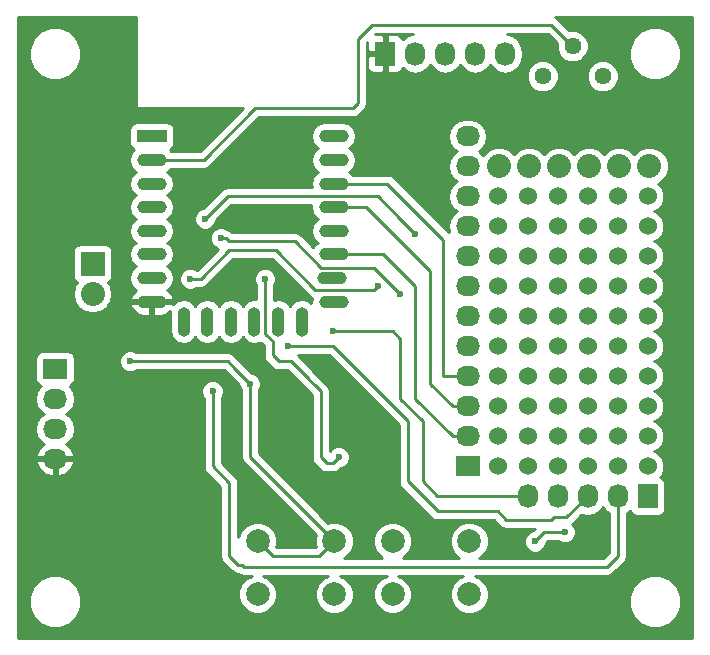
<source format=gbr>
%TF.GenerationSoftware,KiCad,Pcbnew,4.0.6*%
%TF.CreationDate,2017-04-04T12:59:26+02:00*%
%TF.ProjectId,ESP-Sensors,4553502D53656E736F72732E6B696361,rev?*%
%TF.FileFunction,Copper,L2,Bot,Signal*%
%FSLAX46Y46*%
G04 Gerber Fmt 4.6, Leading zero omitted, Abs format (unit mm)*
G04 Created by KiCad (PCBNEW 4.0.6) date 2017 April 04, Tuesday 12:59:26*
%MOMM*%
%LPD*%
G01*
G04 APERTURE LIST*
%ADD10C,0.100000*%
%ADD11R,2.500000X1.100000*%
%ADD12O,2.500000X1.100000*%
%ADD13O,1.100000X2.500000*%
%ADD14C,1.524000*%
%ADD15R,1.727200X2.032000*%
%ADD16O,1.727200X2.032000*%
%ADD17R,2.032000X1.727200*%
%ADD18O,2.032000X1.727200*%
%ADD19C,2.000000*%
%ADD20C,2.032000*%
%ADD21R,2.032000X2.032000*%
%ADD22O,2.032000X2.032000*%
%ADD23C,1.440000*%
%ADD24C,0.600000*%
%ADD25C,0.250000*%
%ADD26C,0.504000*%
%ADD27C,0.254000*%
G04 APERTURE END LIST*
D10*
D11*
X119315000Y-72390000D03*
D12*
X119315000Y-74390000D03*
X119315000Y-76390000D03*
X119315000Y-78390000D03*
X119315000Y-80390000D03*
X119315000Y-82390000D03*
X119315000Y-84390000D03*
X119315000Y-86390000D03*
X134715000Y-86390000D03*
X134615000Y-84390000D03*
X134715000Y-82390000D03*
X134715000Y-80390000D03*
X134715000Y-78390000D03*
X134715000Y-76390000D03*
X134715000Y-74390000D03*
X134715000Y-72390000D03*
D13*
X122005000Y-88090000D03*
X124005000Y-88090000D03*
X126005000Y-88090000D03*
X128005000Y-88090000D03*
X130005000Y-88090000D03*
X132005000Y-88090000D03*
D14*
X148590000Y-77470000D03*
X151130000Y-77470000D03*
X153670000Y-77470000D03*
X156210000Y-77470000D03*
X158750000Y-77470000D03*
X161290000Y-77470000D03*
X148590000Y-80010000D03*
X151130000Y-80010000D03*
X153670000Y-80010000D03*
X156210000Y-80010000D03*
X158750000Y-80010000D03*
X161290000Y-80010000D03*
X148590000Y-82550000D03*
X151130000Y-82550000D03*
X153670000Y-82550000D03*
X156210000Y-82550000D03*
X158750000Y-82550000D03*
X161290000Y-82550000D03*
X148590000Y-85090000D03*
X151130000Y-85090000D03*
X153670000Y-85090000D03*
X156210000Y-85090000D03*
X158750000Y-85090000D03*
X161290000Y-85090000D03*
X148590000Y-87630000D03*
X151130000Y-87630000D03*
X153670000Y-87630000D03*
X156210000Y-87630000D03*
X158750000Y-87630000D03*
X161290000Y-87630000D03*
X148590000Y-90170000D03*
X151130000Y-90170000D03*
X153670000Y-90170000D03*
X156210000Y-90170000D03*
X158750000Y-90170000D03*
X161290000Y-90170000D03*
X148590000Y-92710000D03*
X151130000Y-92710000D03*
X153670000Y-92710000D03*
X156210000Y-92710000D03*
X158750000Y-92710000D03*
X161290000Y-92710000D03*
X148590000Y-95250000D03*
X151130000Y-95250000D03*
X153670000Y-95250000D03*
X156210000Y-95250000D03*
X158750000Y-95250000D03*
X161290000Y-95250000D03*
X148590000Y-97790000D03*
X151130000Y-97790000D03*
X153670000Y-97790000D03*
X156210000Y-97790000D03*
X158750000Y-97790000D03*
X161290000Y-97790000D03*
X148590000Y-100330000D03*
X151130000Y-100330000D03*
X153670000Y-100330000D03*
X156210000Y-100330000D03*
X158750000Y-100330000D03*
X161290000Y-100330000D03*
D15*
X139065000Y-65405000D03*
D16*
X141605000Y-65405000D03*
X144145000Y-65405000D03*
X146685000Y-65405000D03*
X149225000Y-65405000D03*
D17*
X146050000Y-100330000D03*
D18*
X146050000Y-97790000D03*
X146050000Y-95250000D03*
X146050000Y-92710000D03*
X146050000Y-90170000D03*
X146050000Y-87630000D03*
X146050000Y-85090000D03*
X146050000Y-82550000D03*
X146050000Y-80010000D03*
X146050000Y-77470000D03*
X146050000Y-74930000D03*
X146050000Y-72390000D03*
D15*
X161290000Y-102870000D03*
D16*
X158750000Y-102870000D03*
X156210000Y-102870000D03*
X153670000Y-102870000D03*
X151130000Y-102870000D03*
D17*
X111125000Y-92075000D03*
D18*
X111125000Y-94615000D03*
X111125000Y-97155000D03*
X111125000Y-99695000D03*
D19*
X128270000Y-111180000D03*
X128270000Y-106680000D03*
X134770000Y-111180000D03*
X134770000Y-106680000D03*
X139700000Y-111180000D03*
X139700000Y-106680000D03*
X146200000Y-111180000D03*
X146200000Y-106680000D03*
D20*
X148717000Y-74930000D03*
X151257000Y-74930000D03*
X153797000Y-74930000D03*
X156337000Y-74930000D03*
X158877000Y-74930000D03*
X161417000Y-74930000D03*
D21*
X114300000Y-83185000D03*
D22*
X114300000Y-85725000D03*
D23*
X152400000Y-67310000D03*
X154940000Y-64770000D03*
X157480000Y-67310000D03*
D24*
X127635000Y-93345000D03*
X117475000Y-91440000D03*
X114300000Y-79883000D03*
X135240888Y-94275303D03*
X126365000Y-98425000D03*
X135128000Y-99568000D03*
X128905000Y-84455018D03*
X125161588Y-81005012D03*
X140335000Y-85725000D03*
X122555000Y-84455000D03*
X138430000Y-85090000D03*
X141605000Y-80644992D03*
X123825000Y-79375000D03*
X124460000Y-93980000D03*
X130810000Y-90170000D03*
X154286290Y-105908160D03*
X151769157Y-106696599D03*
X134620000Y-88900000D03*
D25*
X120015000Y-74390000D02*
X123730000Y-74390000D01*
X136779000Y-64135000D02*
X137922000Y-62992000D01*
X123730000Y-74390000D02*
X128089503Y-70030497D01*
X128089503Y-70030497D02*
X136344503Y-70030497D01*
X136344503Y-70030497D02*
X136779000Y-69596000D01*
X136779000Y-69596000D02*
X136779000Y-64135000D01*
X137922000Y-62992000D02*
X153145685Y-62992000D01*
X153145685Y-62992000D02*
X154905962Y-64752277D01*
X134770000Y-106680000D02*
X133500000Y-107950000D01*
X133500000Y-107950000D02*
X129540000Y-107950000D01*
X129540000Y-107950000D02*
X128270000Y-106680000D01*
X127635000Y-93345000D02*
X127635000Y-99545000D01*
X127635000Y-99545000D02*
X132409000Y-104319000D01*
X132409000Y-104319000D02*
X134770000Y-106680000D01*
X125730000Y-91440000D02*
X117475000Y-91440000D01*
X126365000Y-92075000D02*
X125730000Y-91440000D01*
X127635000Y-93345000D02*
X126365000Y-92075000D01*
D26*
X111125000Y-99695000D02*
X114935000Y-99695000D01*
D25*
X134620000Y-100076000D02*
X135128000Y-99568000D01*
X134112000Y-100076000D02*
X134620000Y-100076000D01*
X133604000Y-99568000D02*
X134112000Y-100076000D01*
X133604000Y-93980000D02*
X133604000Y-99568000D01*
X133096000Y-93472000D02*
X133604000Y-93980000D01*
X132617131Y-92993131D02*
X133096000Y-93472000D01*
X128905000Y-89127451D02*
X128905000Y-84455018D01*
X132617131Y-92993131D02*
X132617131Y-92963424D01*
X132617131Y-92963424D02*
X131093707Y-91440000D01*
X129540000Y-90932000D02*
X129540000Y-89762451D01*
X131093707Y-91440000D02*
X130048000Y-91440000D01*
X130048000Y-91440000D02*
X129540000Y-90932000D01*
X129540000Y-89762451D02*
X128905000Y-89127451D01*
X141605000Y-85090000D02*
X141605000Y-94615000D01*
X134015000Y-82390000D02*
X138905000Y-82390000D01*
X138905000Y-82390000D02*
X141605000Y-85090000D01*
X144780000Y-97790000D02*
X144784000Y-97790000D01*
X144784000Y-97790000D02*
X146050000Y-97790000D01*
X141605000Y-94615000D02*
X144780000Y-97790000D01*
X137160000Y-78390000D02*
X137445000Y-78390000D01*
X137445000Y-78390000D02*
X142883617Y-83828617D01*
X142883617Y-93349617D02*
X144784000Y-95250000D01*
X142883617Y-83828617D02*
X142883617Y-93349617D01*
X144784000Y-95250000D02*
X146050000Y-95250000D01*
X136810000Y-78390000D02*
X137160000Y-78390000D01*
X134015000Y-78390000D02*
X137160000Y-78390000D01*
X134015000Y-76390000D02*
X139255000Y-76390000D01*
X139255000Y-76390000D02*
X144002866Y-81137866D01*
X144002866Y-81137866D02*
X144002866Y-92710000D01*
X144002866Y-92710000D02*
X146050000Y-92710000D01*
X131445000Y-81268371D02*
X125849211Y-81268371D01*
X131445000Y-81268371D02*
X131445000Y-81280000D01*
X131445000Y-81280000D02*
X133679990Y-83514990D01*
X140035001Y-85425001D02*
X140335000Y-85725000D01*
X133679990Y-83514990D02*
X138124990Y-83514990D01*
X138124990Y-83514990D02*
X140035001Y-85425001D01*
X125849211Y-81268371D02*
X125585852Y-81005012D01*
X125585852Y-81005012D02*
X125161588Y-81005012D01*
X138430000Y-85090000D02*
X138130001Y-85389999D01*
X138130001Y-85389999D02*
X133167756Y-85389999D01*
X129825669Y-82047912D02*
X125875905Y-82047912D01*
X133167756Y-85389999D02*
X129825669Y-82047912D01*
X125875905Y-82047912D02*
X123468817Y-84455000D01*
X123468817Y-84455000D02*
X122555000Y-84455000D01*
X125730000Y-77470000D02*
X138430000Y-77470000D01*
X125730000Y-77470000D02*
X123825000Y-79375000D01*
X138430000Y-77470000D02*
X140335000Y-79375000D01*
X141305001Y-80344993D02*
X141605000Y-80644992D01*
X140335008Y-79375000D02*
X141305001Y-80344993D01*
X124460000Y-93980000D02*
X124460000Y-100330000D01*
X124460000Y-100330000D02*
X125894366Y-101764366D01*
X125894366Y-101764366D02*
X125894366Y-107947156D01*
X158750000Y-107950000D02*
X158750000Y-102862641D01*
X125894366Y-107947156D02*
X126645040Y-108697830D01*
X126645040Y-108697830D02*
X126941170Y-108697830D01*
X126941170Y-108697830D02*
X127099207Y-108855867D01*
X158115000Y-108598169D02*
X158115000Y-108585000D01*
X127099207Y-108855867D02*
X157857302Y-108855867D01*
X158115000Y-108585000D02*
X158750000Y-107950000D01*
X157857302Y-108855867D02*
X158115000Y-108598169D01*
X158750000Y-102862641D02*
X158772261Y-102840380D01*
X130810000Y-90170000D02*
X134620000Y-90170000D01*
X154417360Y-104650236D02*
X156215433Y-102852163D01*
X140970000Y-96520000D02*
X140970000Y-101600000D01*
X134620000Y-90170000D02*
X140970000Y-96520000D01*
X153140265Y-104843245D02*
X153333274Y-104650236D01*
X143510000Y-104140000D02*
X148590000Y-104140000D01*
X153333274Y-104650236D02*
X154417360Y-104650236D01*
X148590000Y-104140000D02*
X149293245Y-104843245D01*
X140970000Y-101600000D02*
X143510000Y-104140000D01*
X149293245Y-104843245D02*
X153140265Y-104843245D01*
X153862026Y-105908160D02*
X154286290Y-105908160D01*
X151769157Y-106696599D02*
X152557596Y-105908160D01*
X152557596Y-105908160D02*
X153862026Y-105908160D01*
X153670000Y-102870000D02*
X153670000Y-102717600D01*
X153670000Y-102870000D02*
X153670000Y-103576652D01*
X134620000Y-88900000D02*
X139700000Y-88900000D01*
X142240000Y-101600000D02*
X143503945Y-102863945D01*
X139700000Y-88900000D02*
X140335000Y-89535000D01*
X140335000Y-89535000D02*
X140335000Y-94615000D01*
X140335000Y-94615000D02*
X142240000Y-96520000D01*
X142240000Y-96520000D02*
X142240000Y-101600000D01*
X143503945Y-102863945D02*
X151089993Y-102863945D01*
D27*
G36*
X117983000Y-69850000D02*
X117991685Y-69896159D01*
X118018965Y-69938553D01*
X118060590Y-69966994D01*
X118110000Y-69977000D01*
X127068198Y-69977000D01*
X123415198Y-73630000D01*
X120941917Y-73630000D01*
X120889851Y-73552078D01*
X120839129Y-73518187D01*
X121016441Y-73404090D01*
X121161431Y-73191890D01*
X121212440Y-72940000D01*
X121212440Y-71840000D01*
X121168162Y-71604683D01*
X121029090Y-71388559D01*
X120816890Y-71243569D01*
X120565000Y-71192560D01*
X118065000Y-71192560D01*
X117829683Y-71236838D01*
X117613559Y-71375910D01*
X117468569Y-71588110D01*
X117417560Y-71840000D01*
X117417560Y-72940000D01*
X117461838Y-73175317D01*
X117600910Y-73391441D01*
X117788615Y-73519694D01*
X117740149Y-73552078D01*
X117483274Y-73936520D01*
X117393071Y-74390000D01*
X117483274Y-74843480D01*
X117740149Y-75227922D01*
X117982717Y-75390000D01*
X117740149Y-75552078D01*
X117483274Y-75936520D01*
X117393071Y-76390000D01*
X117483274Y-76843480D01*
X117740149Y-77227922D01*
X117982717Y-77390000D01*
X117740149Y-77552078D01*
X117483274Y-77936520D01*
X117393071Y-78390000D01*
X117483274Y-78843480D01*
X117740149Y-79227922D01*
X117982717Y-79390000D01*
X117740149Y-79552078D01*
X117483274Y-79936520D01*
X117393071Y-80390000D01*
X117483274Y-80843480D01*
X117740149Y-81227922D01*
X117982717Y-81390000D01*
X117740149Y-81552078D01*
X117483274Y-81936520D01*
X117393071Y-82390000D01*
X117483274Y-82843480D01*
X117740149Y-83227922D01*
X117982717Y-83390000D01*
X117740149Y-83552078D01*
X117483274Y-83936520D01*
X117393071Y-84390000D01*
X117483274Y-84843480D01*
X117740149Y-85227922D01*
X117986137Y-85392285D01*
X117687276Y-85641882D01*
X117471602Y-86053854D01*
X117471197Y-86080256D01*
X117596639Y-86263000D01*
X119188000Y-86263000D01*
X119188000Y-86243000D01*
X119442000Y-86243000D01*
X119442000Y-86263000D01*
X121033361Y-86263000D01*
X121158803Y-86080256D01*
X121158398Y-86053854D01*
X120942724Y-85641882D01*
X120643863Y-85392285D01*
X120889851Y-85227922D01*
X121146726Y-84843480D01*
X121236929Y-84390000D01*
X121146726Y-83936520D01*
X120889851Y-83552078D01*
X120647283Y-83390000D01*
X120889851Y-83227922D01*
X121146726Y-82843480D01*
X121236929Y-82390000D01*
X121146726Y-81936520D01*
X120889851Y-81552078D01*
X120647283Y-81390000D01*
X120889851Y-81227922D01*
X121146726Y-80843480D01*
X121236929Y-80390000D01*
X121146726Y-79936520D01*
X120889851Y-79552078D01*
X120647283Y-79390000D01*
X120889851Y-79227922D01*
X121146726Y-78843480D01*
X121236929Y-78390000D01*
X121146726Y-77936520D01*
X120889851Y-77552078D01*
X120647283Y-77390000D01*
X120889851Y-77227922D01*
X121146726Y-76843480D01*
X121236929Y-76390000D01*
X121146726Y-75936520D01*
X120889851Y-75552078D01*
X120647283Y-75390000D01*
X120889851Y-75227922D01*
X120941917Y-75150000D01*
X123730000Y-75150000D01*
X124020839Y-75092148D01*
X124267401Y-74927401D01*
X128404305Y-70790497D01*
X136344503Y-70790497D01*
X136635342Y-70732645D01*
X136881904Y-70567898D01*
X137316401Y-70133401D01*
X137481148Y-69886839D01*
X137539000Y-69596000D01*
X137539000Y-67578344D01*
X151044765Y-67578344D01*
X151250617Y-68076543D01*
X151631452Y-68458043D01*
X152129291Y-68664764D01*
X152668344Y-68665235D01*
X153166543Y-68459383D01*
X153548043Y-68078548D01*
X153754764Y-67580709D01*
X153754766Y-67578344D01*
X156124765Y-67578344D01*
X156330617Y-68076543D01*
X156711452Y-68458043D01*
X157209291Y-68664764D01*
X157748344Y-68665235D01*
X158246543Y-68459383D01*
X158628043Y-68078548D01*
X158834764Y-67580709D01*
X158835235Y-67041656D01*
X158629383Y-66543457D01*
X158248548Y-66161957D01*
X157750709Y-65955236D01*
X157211656Y-65954765D01*
X156713457Y-66160617D01*
X156331957Y-66541452D01*
X156125236Y-67039291D01*
X156124765Y-67578344D01*
X153754766Y-67578344D01*
X153755235Y-67041656D01*
X153549383Y-66543457D01*
X153168548Y-66161957D01*
X152670709Y-65955236D01*
X152131656Y-65954765D01*
X151633457Y-66160617D01*
X151251957Y-66541452D01*
X151045236Y-67039291D01*
X151044765Y-67578344D01*
X137539000Y-67578344D01*
X137539000Y-65690750D01*
X137566400Y-65690750D01*
X137566400Y-66547309D01*
X137663073Y-66780698D01*
X137841701Y-66959327D01*
X138075090Y-67056000D01*
X138779250Y-67056000D01*
X138938000Y-66897250D01*
X138938000Y-65532000D01*
X137725150Y-65532000D01*
X137566400Y-65690750D01*
X137539000Y-65690750D01*
X137539000Y-64449802D01*
X137566400Y-64422402D01*
X137566400Y-65119250D01*
X137725150Y-65278000D01*
X138938000Y-65278000D01*
X138938000Y-63912750D01*
X138779250Y-63754000D01*
X138234802Y-63754000D01*
X138236802Y-63752000D01*
X141452445Y-63752000D01*
X141031511Y-63835729D01*
X140545330Y-64160585D01*
X140530500Y-64182780D01*
X140466927Y-64029302D01*
X140288299Y-63850673D01*
X140054910Y-63754000D01*
X139350750Y-63754000D01*
X139192000Y-63912750D01*
X139192000Y-65278000D01*
X139212000Y-65278000D01*
X139212000Y-65532000D01*
X139192000Y-65532000D01*
X139192000Y-66897250D01*
X139350750Y-67056000D01*
X140054910Y-67056000D01*
X140288299Y-66959327D01*
X140466927Y-66780698D01*
X140530500Y-66627220D01*
X140545330Y-66649415D01*
X141031511Y-66974271D01*
X141605000Y-67088345D01*
X142178489Y-66974271D01*
X142664670Y-66649415D01*
X142875000Y-66334634D01*
X143085330Y-66649415D01*
X143571511Y-66974271D01*
X144145000Y-67088345D01*
X144718489Y-66974271D01*
X145204670Y-66649415D01*
X145415000Y-66334634D01*
X145625330Y-66649415D01*
X146111511Y-66974271D01*
X146685000Y-67088345D01*
X147258489Y-66974271D01*
X147744670Y-66649415D01*
X147955000Y-66334634D01*
X148165330Y-66649415D01*
X148651511Y-66974271D01*
X149225000Y-67088345D01*
X149798489Y-66974271D01*
X150284670Y-66649415D01*
X150609526Y-66163234D01*
X150723600Y-65589745D01*
X150723600Y-65220255D01*
X150609526Y-64646766D01*
X150284670Y-64160585D01*
X149798489Y-63835729D01*
X149377555Y-63752000D01*
X152830883Y-63752000D01*
X153585230Y-64506347D01*
X153584765Y-65038344D01*
X153790617Y-65536543D01*
X154171452Y-65918043D01*
X154669291Y-66124764D01*
X155208344Y-66125235D01*
X155706543Y-65919383D01*
X155778432Y-65847619D01*
X159689613Y-65847619D01*
X160029155Y-66669372D01*
X160657321Y-67298636D01*
X161478481Y-67639611D01*
X162367619Y-67640387D01*
X163189372Y-67300845D01*
X163818636Y-66672679D01*
X164159611Y-65851519D01*
X164160387Y-64962381D01*
X163820845Y-64140628D01*
X163192679Y-63511364D01*
X162371519Y-63170389D01*
X161482381Y-63169613D01*
X160660628Y-63509155D01*
X160031364Y-64137321D01*
X159690389Y-64958481D01*
X159689613Y-65847619D01*
X155778432Y-65847619D01*
X156088043Y-65538548D01*
X156294764Y-65040709D01*
X156295235Y-64501656D01*
X156089383Y-64003457D01*
X155708548Y-63621957D01*
X155210709Y-63415236D01*
X154671656Y-63414765D01*
X154651557Y-63423070D01*
X153683086Y-62454599D01*
X153459195Y-62305000D01*
X165025000Y-62305000D01*
X165025000Y-114860000D01*
X108025000Y-114860000D01*
X108025000Y-112202619D01*
X108889613Y-112202619D01*
X109229155Y-113024372D01*
X109857321Y-113653636D01*
X110678481Y-113994611D01*
X111567619Y-113995387D01*
X112389372Y-113655845D01*
X113018636Y-113027679D01*
X113359611Y-112206519D01*
X113360387Y-111317381D01*
X113020845Y-110495628D01*
X112392679Y-109866364D01*
X111571519Y-109525389D01*
X110682381Y-109524613D01*
X109860628Y-109864155D01*
X109231364Y-110492321D01*
X108890389Y-111313481D01*
X108889613Y-112202619D01*
X108025000Y-112202619D01*
X108025000Y-100054026D01*
X109517642Y-100054026D01*
X109520291Y-100069791D01*
X109774268Y-100597036D01*
X110210680Y-100986954D01*
X110763087Y-101180184D01*
X110998000Y-101035924D01*
X110998000Y-99822000D01*
X111252000Y-99822000D01*
X111252000Y-101035924D01*
X111486913Y-101180184D01*
X112039320Y-100986954D01*
X112475732Y-100597036D01*
X112729709Y-100069791D01*
X112732358Y-100054026D01*
X112611217Y-99822000D01*
X111252000Y-99822000D01*
X110998000Y-99822000D01*
X109638783Y-99822000D01*
X109517642Y-100054026D01*
X108025000Y-100054026D01*
X108025000Y-94615000D01*
X109441655Y-94615000D01*
X109555729Y-95188489D01*
X109880585Y-95674670D01*
X110195366Y-95885000D01*
X109880585Y-96095330D01*
X109555729Y-96581511D01*
X109441655Y-97155000D01*
X109555729Y-97728489D01*
X109880585Y-98214670D01*
X110190069Y-98421461D01*
X109774268Y-98792964D01*
X109520291Y-99320209D01*
X109517642Y-99335974D01*
X109638783Y-99568000D01*
X110998000Y-99568000D01*
X110998000Y-99548000D01*
X111252000Y-99548000D01*
X111252000Y-99568000D01*
X112611217Y-99568000D01*
X112732358Y-99335974D01*
X112729709Y-99320209D01*
X112475732Y-98792964D01*
X112059931Y-98421461D01*
X112369415Y-98214670D01*
X112694271Y-97728489D01*
X112808345Y-97155000D01*
X112694271Y-96581511D01*
X112369415Y-96095330D01*
X112054634Y-95885000D01*
X112369415Y-95674670D01*
X112694271Y-95188489D01*
X112808345Y-94615000D01*
X112694271Y-94041511D01*
X112369415Y-93555330D01*
X112355087Y-93545757D01*
X112376317Y-93541762D01*
X112592441Y-93402690D01*
X112737431Y-93190490D01*
X112788440Y-92938600D01*
X112788440Y-91625167D01*
X116539838Y-91625167D01*
X116681883Y-91968943D01*
X116944673Y-92232192D01*
X117288201Y-92374838D01*
X117660167Y-92375162D01*
X118003943Y-92233117D01*
X118037118Y-92200000D01*
X125415198Y-92200000D01*
X126699878Y-93484680D01*
X126699838Y-93530167D01*
X126841883Y-93873943D01*
X126875000Y-93907118D01*
X126875000Y-99545000D01*
X126932852Y-99835839D01*
X127097599Y-100082401D01*
X133203725Y-106188527D01*
X133135284Y-106353352D01*
X133134716Y-107003795D01*
X133203919Y-107171279D01*
X133185198Y-107190000D01*
X129854802Y-107190000D01*
X129836275Y-107171473D01*
X129904716Y-107006648D01*
X129905284Y-106356205D01*
X129656894Y-105755057D01*
X129197363Y-105294722D01*
X128596648Y-105045284D01*
X127946205Y-105044716D01*
X127345057Y-105293106D01*
X126884722Y-105752637D01*
X126654366Y-106307397D01*
X126654366Y-101764366D01*
X126596514Y-101473527D01*
X126431767Y-101226965D01*
X125220000Y-100015198D01*
X125220000Y-94542463D01*
X125252192Y-94510327D01*
X125394838Y-94166799D01*
X125395162Y-93794833D01*
X125253117Y-93451057D01*
X124990327Y-93187808D01*
X124646799Y-93045162D01*
X124274833Y-93044838D01*
X123931057Y-93186883D01*
X123667808Y-93449673D01*
X123525162Y-93793201D01*
X123524838Y-94165167D01*
X123666883Y-94508943D01*
X123700000Y-94542118D01*
X123700000Y-100330000D01*
X123757852Y-100620839D01*
X123922599Y-100867401D01*
X125134366Y-102079168D01*
X125134366Y-107947156D01*
X125192218Y-108237995D01*
X125356965Y-108484557D01*
X126107639Y-109235231D01*
X126354200Y-109399978D01*
X126645040Y-109457830D01*
X126658430Y-109457830D01*
X126808368Y-109558015D01*
X127099207Y-109615867D01*
X127774007Y-109615867D01*
X127345057Y-109793106D01*
X126884722Y-110252637D01*
X126635284Y-110853352D01*
X126634716Y-111503795D01*
X126883106Y-112104943D01*
X127342637Y-112565278D01*
X127943352Y-112814716D01*
X128593795Y-112815284D01*
X129194943Y-112566894D01*
X129655278Y-112107363D01*
X129904716Y-111506648D01*
X129905284Y-110856205D01*
X129656894Y-110255057D01*
X129197363Y-109794722D01*
X128766631Y-109615867D01*
X134274007Y-109615867D01*
X133845057Y-109793106D01*
X133384722Y-110252637D01*
X133135284Y-110853352D01*
X133134716Y-111503795D01*
X133383106Y-112104943D01*
X133842637Y-112565278D01*
X134443352Y-112814716D01*
X135093795Y-112815284D01*
X135694943Y-112566894D01*
X136155278Y-112107363D01*
X136404716Y-111506648D01*
X136405284Y-110856205D01*
X136156894Y-110255057D01*
X135697363Y-109794722D01*
X135266631Y-109615867D01*
X139204007Y-109615867D01*
X138775057Y-109793106D01*
X138314722Y-110252637D01*
X138065284Y-110853352D01*
X138064716Y-111503795D01*
X138313106Y-112104943D01*
X138772637Y-112565278D01*
X139373352Y-112814716D01*
X140023795Y-112815284D01*
X140624943Y-112566894D01*
X141085278Y-112107363D01*
X141334716Y-111506648D01*
X141335284Y-110856205D01*
X141086894Y-110255057D01*
X140627363Y-109794722D01*
X140196631Y-109615867D01*
X145704007Y-109615867D01*
X145275057Y-109793106D01*
X144814722Y-110252637D01*
X144565284Y-110853352D01*
X144564716Y-111503795D01*
X144813106Y-112104943D01*
X145272637Y-112565278D01*
X145873352Y-112814716D01*
X146523795Y-112815284D01*
X147124943Y-112566894D01*
X147489855Y-112202619D01*
X159689613Y-112202619D01*
X160029155Y-113024372D01*
X160657321Y-113653636D01*
X161478481Y-113994611D01*
X162367619Y-113995387D01*
X163189372Y-113655845D01*
X163818636Y-113027679D01*
X164159611Y-112206519D01*
X164160387Y-111317381D01*
X163820845Y-110495628D01*
X163192679Y-109866364D01*
X162371519Y-109525389D01*
X161482381Y-109524613D01*
X160660628Y-109864155D01*
X160031364Y-110492321D01*
X159690389Y-111313481D01*
X159689613Y-112202619D01*
X147489855Y-112202619D01*
X147585278Y-112107363D01*
X147834716Y-111506648D01*
X147835284Y-110856205D01*
X147586894Y-110255057D01*
X147127363Y-109794722D01*
X146696631Y-109615867D01*
X157857302Y-109615867D01*
X158148141Y-109558015D01*
X158394703Y-109393268D01*
X158652401Y-109135570D01*
X158678919Y-109095883D01*
X159287401Y-108487401D01*
X159452148Y-108240839D01*
X159510000Y-107950000D01*
X159510000Y-104314648D01*
X159809670Y-104114415D01*
X159819243Y-104100087D01*
X159823238Y-104121317D01*
X159962310Y-104337441D01*
X160174510Y-104482431D01*
X160426400Y-104533440D01*
X162153600Y-104533440D01*
X162388917Y-104489162D01*
X162605041Y-104350090D01*
X162750031Y-104137890D01*
X162801040Y-103886000D01*
X162801040Y-101854000D01*
X162756762Y-101618683D01*
X162617690Y-101402559D01*
X162405490Y-101257569D01*
X162349543Y-101246239D01*
X162473629Y-101122370D01*
X162686757Y-100609100D01*
X162687242Y-100053339D01*
X162475010Y-99539697D01*
X162082370Y-99146371D01*
X161874488Y-99060051D01*
X162080303Y-98975010D01*
X162473629Y-98582370D01*
X162686757Y-98069100D01*
X162687242Y-97513339D01*
X162475010Y-96999697D01*
X162082370Y-96606371D01*
X161874488Y-96520051D01*
X162080303Y-96435010D01*
X162473629Y-96042370D01*
X162686757Y-95529100D01*
X162687242Y-94973339D01*
X162475010Y-94459697D01*
X162082370Y-94066371D01*
X161874488Y-93980051D01*
X162080303Y-93895010D01*
X162473629Y-93502370D01*
X162686757Y-92989100D01*
X162687242Y-92433339D01*
X162475010Y-91919697D01*
X162082370Y-91526371D01*
X161874488Y-91440051D01*
X162080303Y-91355010D01*
X162473629Y-90962370D01*
X162686757Y-90449100D01*
X162687242Y-89893339D01*
X162475010Y-89379697D01*
X162082370Y-88986371D01*
X161874488Y-88900051D01*
X162080303Y-88815010D01*
X162473629Y-88422370D01*
X162686757Y-87909100D01*
X162687242Y-87353339D01*
X162475010Y-86839697D01*
X162082370Y-86446371D01*
X161874488Y-86360051D01*
X162080303Y-86275010D01*
X162473629Y-85882370D01*
X162686757Y-85369100D01*
X162687242Y-84813339D01*
X162475010Y-84299697D01*
X162082370Y-83906371D01*
X161874488Y-83820051D01*
X162080303Y-83735010D01*
X162473629Y-83342370D01*
X162686757Y-82829100D01*
X162687242Y-82273339D01*
X162475010Y-81759697D01*
X162082370Y-81366371D01*
X161874488Y-81280051D01*
X162080303Y-81195010D01*
X162473629Y-80802370D01*
X162686757Y-80289100D01*
X162687242Y-79733339D01*
X162475010Y-79219697D01*
X162082370Y-78826371D01*
X161874488Y-78740051D01*
X162080303Y-78655010D01*
X162473629Y-78262370D01*
X162686757Y-77749100D01*
X162687242Y-77193339D01*
X162475010Y-76679697D01*
X162191978Y-76396170D01*
X162350995Y-76330466D01*
X162815834Y-75866437D01*
X163067713Y-75259845D01*
X163068286Y-74603037D01*
X162817466Y-73996005D01*
X162353437Y-73531166D01*
X161746845Y-73279287D01*
X161090037Y-73278714D01*
X160483005Y-73529534D01*
X160146821Y-73865132D01*
X159813437Y-73531166D01*
X159206845Y-73279287D01*
X158550037Y-73278714D01*
X157943005Y-73529534D01*
X157606821Y-73865132D01*
X157273437Y-73531166D01*
X156666845Y-73279287D01*
X156010037Y-73278714D01*
X155403005Y-73529534D01*
X155066821Y-73865132D01*
X154733437Y-73531166D01*
X154126845Y-73279287D01*
X153470037Y-73278714D01*
X152863005Y-73529534D01*
X152526821Y-73865132D01*
X152193437Y-73531166D01*
X151586845Y-73279287D01*
X150930037Y-73278714D01*
X150323005Y-73529534D01*
X149986821Y-73865132D01*
X149653437Y-73531166D01*
X149046845Y-73279287D01*
X148390037Y-73278714D01*
X147783005Y-73529534D01*
X147353313Y-73958477D01*
X147294415Y-73870330D01*
X146979634Y-73660000D01*
X147294415Y-73449670D01*
X147619271Y-72963489D01*
X147733345Y-72390000D01*
X147619271Y-71816511D01*
X147294415Y-71330330D01*
X146808234Y-71005474D01*
X146234745Y-70891400D01*
X145865255Y-70891400D01*
X145291766Y-71005474D01*
X144805585Y-71330330D01*
X144480729Y-71816511D01*
X144366655Y-72390000D01*
X144480729Y-72963489D01*
X144805585Y-73449670D01*
X145120366Y-73660000D01*
X144805585Y-73870330D01*
X144480729Y-74356511D01*
X144366655Y-74930000D01*
X144480729Y-75503489D01*
X144805585Y-75989670D01*
X145120366Y-76200000D01*
X144805585Y-76410330D01*
X144480729Y-76896511D01*
X144366655Y-77470000D01*
X144480729Y-78043489D01*
X144805585Y-78529670D01*
X145120366Y-78740000D01*
X144805585Y-78950330D01*
X144480729Y-79436511D01*
X144366655Y-80010000D01*
X144470161Y-80530359D01*
X139792401Y-75852599D01*
X139545839Y-75687852D01*
X139255000Y-75630000D01*
X136341917Y-75630000D01*
X136289851Y-75552078D01*
X136047283Y-75390000D01*
X136289851Y-75227922D01*
X136546726Y-74843480D01*
X136636929Y-74390000D01*
X136546726Y-73936520D01*
X136289851Y-73552078D01*
X136047283Y-73390000D01*
X136289851Y-73227922D01*
X136546726Y-72843480D01*
X136636929Y-72390000D01*
X136546726Y-71936520D01*
X136289851Y-71552078D01*
X135905409Y-71295203D01*
X135451929Y-71205000D01*
X133978071Y-71205000D01*
X133524591Y-71295203D01*
X133140149Y-71552078D01*
X132883274Y-71936520D01*
X132793071Y-72390000D01*
X132883274Y-72843480D01*
X133140149Y-73227922D01*
X133382717Y-73390000D01*
X133140149Y-73552078D01*
X132883274Y-73936520D01*
X132793071Y-74390000D01*
X132883274Y-74843480D01*
X133140149Y-75227922D01*
X133382717Y-75390000D01*
X133140149Y-75552078D01*
X132883274Y-75936520D01*
X132793071Y-76390000D01*
X132856723Y-76710000D01*
X125730000Y-76710000D01*
X125439161Y-76767852D01*
X125192599Y-76932599D01*
X123685320Y-78439878D01*
X123639833Y-78439838D01*
X123296057Y-78581883D01*
X123032808Y-78844673D01*
X122890162Y-79188201D01*
X122889838Y-79560167D01*
X123031883Y-79903943D01*
X123294673Y-80167192D01*
X123638201Y-80309838D01*
X124010167Y-80310162D01*
X124353943Y-80168117D01*
X124617192Y-79905327D01*
X124759838Y-79561799D01*
X124759879Y-79514923D01*
X126044802Y-78230000D01*
X132824897Y-78230000D01*
X132793071Y-78390000D01*
X132883274Y-78843480D01*
X133140149Y-79227922D01*
X133382717Y-79390000D01*
X133140149Y-79552078D01*
X132883274Y-79936520D01*
X132793071Y-80390000D01*
X132883274Y-80843480D01*
X133140149Y-81227922D01*
X133382717Y-81390000D01*
X133140149Y-81552078D01*
X133000652Y-81760850D01*
X132005818Y-80766016D01*
X131982401Y-80730970D01*
X131735839Y-80566223D01*
X131445000Y-80508371D01*
X126164013Y-80508371D01*
X126123253Y-80467611D01*
X125876691Y-80302864D01*
X125758292Y-80279313D01*
X125691915Y-80212820D01*
X125348387Y-80070174D01*
X124976421Y-80069850D01*
X124632645Y-80211895D01*
X124369396Y-80474685D01*
X124226750Y-80818213D01*
X124226426Y-81190179D01*
X124368471Y-81533955D01*
X124631261Y-81797204D01*
X124928419Y-81920595D01*
X123154015Y-83695000D01*
X123117463Y-83695000D01*
X123085327Y-83662808D01*
X122741799Y-83520162D01*
X122369833Y-83519838D01*
X122026057Y-83661883D01*
X121762808Y-83924673D01*
X121620162Y-84268201D01*
X121619838Y-84640167D01*
X121761883Y-84983943D01*
X122024673Y-85247192D01*
X122368201Y-85389838D01*
X122740167Y-85390162D01*
X123083943Y-85248117D01*
X123117118Y-85215000D01*
X123468817Y-85215000D01*
X123759656Y-85157148D01*
X124006218Y-84992401D01*
X126190708Y-82807912D01*
X129510867Y-82807912D01*
X132630355Y-85927400D01*
X132855204Y-86077639D01*
X132793071Y-86390000D01*
X132814139Y-86495917D01*
X132458480Y-86258274D01*
X132005000Y-86168071D01*
X131551520Y-86258274D01*
X131167078Y-86515149D01*
X131005000Y-86757717D01*
X130842922Y-86515149D01*
X130458480Y-86258274D01*
X130005000Y-86168071D01*
X129665000Y-86235701D01*
X129665000Y-85017481D01*
X129697192Y-84985345D01*
X129839838Y-84641817D01*
X129840162Y-84269851D01*
X129698117Y-83926075D01*
X129435327Y-83662826D01*
X129091799Y-83520180D01*
X128719833Y-83519856D01*
X128376057Y-83661901D01*
X128112808Y-83924691D01*
X127970162Y-84268219D01*
X127969838Y-84640185D01*
X128111883Y-84983961D01*
X128145000Y-85017136D01*
X128145000Y-86195919D01*
X128005000Y-86168071D01*
X127551520Y-86258274D01*
X127167078Y-86515149D01*
X127005000Y-86757717D01*
X126842922Y-86515149D01*
X126458480Y-86258274D01*
X126005000Y-86168071D01*
X125551520Y-86258274D01*
X125167078Y-86515149D01*
X125005000Y-86757717D01*
X124842922Y-86515149D01*
X124458480Y-86258274D01*
X124005000Y-86168071D01*
X123551520Y-86258274D01*
X123167078Y-86515149D01*
X123005000Y-86757717D01*
X122842922Y-86515149D01*
X122458480Y-86258274D01*
X122005000Y-86168071D01*
X121551520Y-86258274D01*
X121167078Y-86515149D01*
X121100494Y-86614799D01*
X121033361Y-86517000D01*
X119442000Y-86517000D01*
X119442000Y-87575000D01*
X120142000Y-87575000D01*
X120585813Y-87436196D01*
X120846826Y-87218208D01*
X120820000Y-87353071D01*
X120820000Y-88826929D01*
X120910203Y-89280409D01*
X121167078Y-89664851D01*
X121551520Y-89921726D01*
X122005000Y-90011929D01*
X122458480Y-89921726D01*
X122842922Y-89664851D01*
X123005000Y-89422283D01*
X123167078Y-89664851D01*
X123551520Y-89921726D01*
X124005000Y-90011929D01*
X124458480Y-89921726D01*
X124842922Y-89664851D01*
X125005000Y-89422283D01*
X125167078Y-89664851D01*
X125551520Y-89921726D01*
X126005000Y-90011929D01*
X126458480Y-89921726D01*
X126842922Y-89664851D01*
X127005000Y-89422283D01*
X127167078Y-89664851D01*
X127551520Y-89921726D01*
X128005000Y-90011929D01*
X128458480Y-89921726D01*
X128557986Y-89855239D01*
X128780000Y-90077253D01*
X128780000Y-90932000D01*
X128837852Y-91222839D01*
X129002599Y-91469401D01*
X129510599Y-91977401D01*
X129757161Y-92142148D01*
X130048000Y-92200000D01*
X130778905Y-92200000D01*
X132019910Y-93441005D01*
X132079730Y-93530532D01*
X132844000Y-94294802D01*
X132844000Y-99568000D01*
X132901852Y-99858839D01*
X133066599Y-100105401D01*
X133574599Y-100613401D01*
X133821161Y-100778148D01*
X134112000Y-100836000D01*
X134620000Y-100836000D01*
X134910839Y-100778148D01*
X135157401Y-100613401D01*
X135267680Y-100503122D01*
X135313167Y-100503162D01*
X135656943Y-100361117D01*
X135920192Y-100098327D01*
X136062838Y-99754799D01*
X136063162Y-99382833D01*
X135921117Y-99039057D01*
X135658327Y-98775808D01*
X135314799Y-98633162D01*
X134942833Y-98632838D01*
X134599057Y-98774883D01*
X134364000Y-99009530D01*
X134364000Y-93980000D01*
X134306148Y-93689161D01*
X134141401Y-93442599D01*
X133214352Y-92515550D01*
X133154532Y-92426023D01*
X131658509Y-90930000D01*
X134305198Y-90930000D01*
X140210000Y-96834802D01*
X140210000Y-101600000D01*
X140267852Y-101890839D01*
X140432599Y-102137401D01*
X142972599Y-104677401D01*
X143219160Y-104842148D01*
X143267414Y-104851746D01*
X143510000Y-104900000D01*
X148275198Y-104900000D01*
X148755844Y-105380646D01*
X149002406Y-105545393D01*
X149293245Y-105603245D01*
X151787709Y-105603245D01*
X151629477Y-105761477D01*
X151583990Y-105761437D01*
X151240214Y-105903482D01*
X150976965Y-106166272D01*
X150834319Y-106509800D01*
X150833995Y-106881766D01*
X150976040Y-107225542D01*
X151238830Y-107488791D01*
X151582358Y-107631437D01*
X151954324Y-107631761D01*
X152298100Y-107489716D01*
X152561349Y-107226926D01*
X152703995Y-106883398D01*
X152704036Y-106836522D01*
X152872398Y-106668160D01*
X153723827Y-106668160D01*
X153755963Y-106700352D01*
X154099491Y-106842998D01*
X154471457Y-106843322D01*
X154815233Y-106701277D01*
X155078482Y-106438487D01*
X155221128Y-106094959D01*
X155221452Y-105722993D01*
X155079407Y-105379217D01*
X154914809Y-105214332D01*
X154954761Y-105187637D01*
X155692075Y-104450323D01*
X156210000Y-104553345D01*
X156783489Y-104439271D01*
X157269670Y-104114415D01*
X157480000Y-103799634D01*
X157690330Y-104114415D01*
X157990000Y-104314648D01*
X157990000Y-107635198D01*
X157577599Y-108047599D01*
X157551081Y-108087286D01*
X157542500Y-108095867D01*
X147054823Y-108095867D01*
X147124943Y-108066894D01*
X147585278Y-107607363D01*
X147834716Y-107006648D01*
X147835284Y-106356205D01*
X147586894Y-105755057D01*
X147127363Y-105294722D01*
X146526648Y-105045284D01*
X145876205Y-105044716D01*
X145275057Y-105293106D01*
X144814722Y-105752637D01*
X144565284Y-106353352D01*
X144564716Y-107003795D01*
X144813106Y-107604943D01*
X145272637Y-108065278D01*
X145346304Y-108095867D01*
X140554823Y-108095867D01*
X140624943Y-108066894D01*
X141085278Y-107607363D01*
X141334716Y-107006648D01*
X141335284Y-106356205D01*
X141086894Y-105755057D01*
X140627363Y-105294722D01*
X140026648Y-105045284D01*
X139376205Y-105044716D01*
X138775057Y-105293106D01*
X138314722Y-105752637D01*
X138065284Y-106353352D01*
X138064716Y-107003795D01*
X138313106Y-107604943D01*
X138772637Y-108065278D01*
X138846304Y-108095867D01*
X135624823Y-108095867D01*
X135694943Y-108066894D01*
X136155278Y-107607363D01*
X136404716Y-107006648D01*
X136405284Y-106356205D01*
X136156894Y-105755057D01*
X135697363Y-105294722D01*
X135096648Y-105045284D01*
X134446205Y-105044716D01*
X134278721Y-105113919D01*
X128395000Y-99230198D01*
X128395000Y-93907463D01*
X128427192Y-93875327D01*
X128569838Y-93531799D01*
X128570162Y-93159833D01*
X128428117Y-92816057D01*
X128165327Y-92552808D01*
X127821799Y-92410162D01*
X127774923Y-92410121D01*
X126267401Y-90902599D01*
X126020839Y-90737852D01*
X125730000Y-90680000D01*
X118037463Y-90680000D01*
X118005327Y-90647808D01*
X117661799Y-90505162D01*
X117289833Y-90504838D01*
X116946057Y-90646883D01*
X116682808Y-90909673D01*
X116540162Y-91253201D01*
X116539838Y-91625167D01*
X112788440Y-91625167D01*
X112788440Y-91211400D01*
X112744162Y-90976083D01*
X112605090Y-90759959D01*
X112392890Y-90614969D01*
X112141000Y-90563960D01*
X110109000Y-90563960D01*
X109873683Y-90608238D01*
X109657559Y-90747310D01*
X109512569Y-90959510D01*
X109461560Y-91211400D01*
X109461560Y-92938600D01*
X109505838Y-93173917D01*
X109644910Y-93390041D01*
X109857110Y-93535031D01*
X109898439Y-93543400D01*
X109880585Y-93555330D01*
X109555729Y-94041511D01*
X109441655Y-94615000D01*
X108025000Y-94615000D01*
X108025000Y-85725000D01*
X112616655Y-85725000D01*
X112742330Y-86356810D01*
X113100222Y-86892433D01*
X113635845Y-87250325D01*
X114267655Y-87376000D01*
X114332345Y-87376000D01*
X114964155Y-87250325D01*
X115499778Y-86892433D01*
X115628528Y-86699744D01*
X117471197Y-86699744D01*
X117471602Y-86726146D01*
X117687276Y-87138118D01*
X118044187Y-87436196D01*
X118488000Y-87575000D01*
X119188000Y-87575000D01*
X119188000Y-86517000D01*
X117596639Y-86517000D01*
X117471197Y-86699744D01*
X115628528Y-86699744D01*
X115857670Y-86356810D01*
X115983345Y-85725000D01*
X115857670Y-85093190D01*
X115630501Y-84753208D01*
X115767441Y-84665090D01*
X115912431Y-84452890D01*
X115963440Y-84201000D01*
X115963440Y-82169000D01*
X115919162Y-81933683D01*
X115780090Y-81717559D01*
X115567890Y-81572569D01*
X115316000Y-81521560D01*
X113284000Y-81521560D01*
X113048683Y-81565838D01*
X112832559Y-81704910D01*
X112687569Y-81917110D01*
X112636560Y-82169000D01*
X112636560Y-84201000D01*
X112680838Y-84436317D01*
X112819910Y-84652441D01*
X112968837Y-84754198D01*
X112742330Y-85093190D01*
X112616655Y-85725000D01*
X108025000Y-85725000D01*
X108025000Y-65847619D01*
X108889613Y-65847619D01*
X109229155Y-66669372D01*
X109857321Y-67298636D01*
X110678481Y-67639611D01*
X111567619Y-67640387D01*
X112389372Y-67300845D01*
X113018636Y-66672679D01*
X113359611Y-65851519D01*
X113360387Y-64962381D01*
X113020845Y-64140628D01*
X112392679Y-63511364D01*
X111571519Y-63170389D01*
X110682381Y-63169613D01*
X109860628Y-63509155D01*
X109231364Y-64137321D01*
X108890389Y-64958481D01*
X108889613Y-65847619D01*
X108025000Y-65847619D01*
X108025000Y-62305000D01*
X117983000Y-62305000D01*
X117983000Y-69850000D01*
X117983000Y-69850000D01*
G37*
X117983000Y-69850000D02*
X117991685Y-69896159D01*
X118018965Y-69938553D01*
X118060590Y-69966994D01*
X118110000Y-69977000D01*
X127068198Y-69977000D01*
X123415198Y-73630000D01*
X120941917Y-73630000D01*
X120889851Y-73552078D01*
X120839129Y-73518187D01*
X121016441Y-73404090D01*
X121161431Y-73191890D01*
X121212440Y-72940000D01*
X121212440Y-71840000D01*
X121168162Y-71604683D01*
X121029090Y-71388559D01*
X120816890Y-71243569D01*
X120565000Y-71192560D01*
X118065000Y-71192560D01*
X117829683Y-71236838D01*
X117613559Y-71375910D01*
X117468569Y-71588110D01*
X117417560Y-71840000D01*
X117417560Y-72940000D01*
X117461838Y-73175317D01*
X117600910Y-73391441D01*
X117788615Y-73519694D01*
X117740149Y-73552078D01*
X117483274Y-73936520D01*
X117393071Y-74390000D01*
X117483274Y-74843480D01*
X117740149Y-75227922D01*
X117982717Y-75390000D01*
X117740149Y-75552078D01*
X117483274Y-75936520D01*
X117393071Y-76390000D01*
X117483274Y-76843480D01*
X117740149Y-77227922D01*
X117982717Y-77390000D01*
X117740149Y-77552078D01*
X117483274Y-77936520D01*
X117393071Y-78390000D01*
X117483274Y-78843480D01*
X117740149Y-79227922D01*
X117982717Y-79390000D01*
X117740149Y-79552078D01*
X117483274Y-79936520D01*
X117393071Y-80390000D01*
X117483274Y-80843480D01*
X117740149Y-81227922D01*
X117982717Y-81390000D01*
X117740149Y-81552078D01*
X117483274Y-81936520D01*
X117393071Y-82390000D01*
X117483274Y-82843480D01*
X117740149Y-83227922D01*
X117982717Y-83390000D01*
X117740149Y-83552078D01*
X117483274Y-83936520D01*
X117393071Y-84390000D01*
X117483274Y-84843480D01*
X117740149Y-85227922D01*
X117986137Y-85392285D01*
X117687276Y-85641882D01*
X117471602Y-86053854D01*
X117471197Y-86080256D01*
X117596639Y-86263000D01*
X119188000Y-86263000D01*
X119188000Y-86243000D01*
X119442000Y-86243000D01*
X119442000Y-86263000D01*
X121033361Y-86263000D01*
X121158803Y-86080256D01*
X121158398Y-86053854D01*
X120942724Y-85641882D01*
X120643863Y-85392285D01*
X120889851Y-85227922D01*
X121146726Y-84843480D01*
X121236929Y-84390000D01*
X121146726Y-83936520D01*
X120889851Y-83552078D01*
X120647283Y-83390000D01*
X120889851Y-83227922D01*
X121146726Y-82843480D01*
X121236929Y-82390000D01*
X121146726Y-81936520D01*
X120889851Y-81552078D01*
X120647283Y-81390000D01*
X120889851Y-81227922D01*
X121146726Y-80843480D01*
X121236929Y-80390000D01*
X121146726Y-79936520D01*
X120889851Y-79552078D01*
X120647283Y-79390000D01*
X120889851Y-79227922D01*
X121146726Y-78843480D01*
X121236929Y-78390000D01*
X121146726Y-77936520D01*
X120889851Y-77552078D01*
X120647283Y-77390000D01*
X120889851Y-77227922D01*
X121146726Y-76843480D01*
X121236929Y-76390000D01*
X121146726Y-75936520D01*
X120889851Y-75552078D01*
X120647283Y-75390000D01*
X120889851Y-75227922D01*
X120941917Y-75150000D01*
X123730000Y-75150000D01*
X124020839Y-75092148D01*
X124267401Y-74927401D01*
X128404305Y-70790497D01*
X136344503Y-70790497D01*
X136635342Y-70732645D01*
X136881904Y-70567898D01*
X137316401Y-70133401D01*
X137481148Y-69886839D01*
X137539000Y-69596000D01*
X137539000Y-67578344D01*
X151044765Y-67578344D01*
X151250617Y-68076543D01*
X151631452Y-68458043D01*
X152129291Y-68664764D01*
X152668344Y-68665235D01*
X153166543Y-68459383D01*
X153548043Y-68078548D01*
X153754764Y-67580709D01*
X153754766Y-67578344D01*
X156124765Y-67578344D01*
X156330617Y-68076543D01*
X156711452Y-68458043D01*
X157209291Y-68664764D01*
X157748344Y-68665235D01*
X158246543Y-68459383D01*
X158628043Y-68078548D01*
X158834764Y-67580709D01*
X158835235Y-67041656D01*
X158629383Y-66543457D01*
X158248548Y-66161957D01*
X157750709Y-65955236D01*
X157211656Y-65954765D01*
X156713457Y-66160617D01*
X156331957Y-66541452D01*
X156125236Y-67039291D01*
X156124765Y-67578344D01*
X153754766Y-67578344D01*
X153755235Y-67041656D01*
X153549383Y-66543457D01*
X153168548Y-66161957D01*
X152670709Y-65955236D01*
X152131656Y-65954765D01*
X151633457Y-66160617D01*
X151251957Y-66541452D01*
X151045236Y-67039291D01*
X151044765Y-67578344D01*
X137539000Y-67578344D01*
X137539000Y-65690750D01*
X137566400Y-65690750D01*
X137566400Y-66547309D01*
X137663073Y-66780698D01*
X137841701Y-66959327D01*
X138075090Y-67056000D01*
X138779250Y-67056000D01*
X138938000Y-66897250D01*
X138938000Y-65532000D01*
X137725150Y-65532000D01*
X137566400Y-65690750D01*
X137539000Y-65690750D01*
X137539000Y-64449802D01*
X137566400Y-64422402D01*
X137566400Y-65119250D01*
X137725150Y-65278000D01*
X138938000Y-65278000D01*
X138938000Y-63912750D01*
X138779250Y-63754000D01*
X138234802Y-63754000D01*
X138236802Y-63752000D01*
X141452445Y-63752000D01*
X141031511Y-63835729D01*
X140545330Y-64160585D01*
X140530500Y-64182780D01*
X140466927Y-64029302D01*
X140288299Y-63850673D01*
X140054910Y-63754000D01*
X139350750Y-63754000D01*
X139192000Y-63912750D01*
X139192000Y-65278000D01*
X139212000Y-65278000D01*
X139212000Y-65532000D01*
X139192000Y-65532000D01*
X139192000Y-66897250D01*
X139350750Y-67056000D01*
X140054910Y-67056000D01*
X140288299Y-66959327D01*
X140466927Y-66780698D01*
X140530500Y-66627220D01*
X140545330Y-66649415D01*
X141031511Y-66974271D01*
X141605000Y-67088345D01*
X142178489Y-66974271D01*
X142664670Y-66649415D01*
X142875000Y-66334634D01*
X143085330Y-66649415D01*
X143571511Y-66974271D01*
X144145000Y-67088345D01*
X144718489Y-66974271D01*
X145204670Y-66649415D01*
X145415000Y-66334634D01*
X145625330Y-66649415D01*
X146111511Y-66974271D01*
X146685000Y-67088345D01*
X147258489Y-66974271D01*
X147744670Y-66649415D01*
X147955000Y-66334634D01*
X148165330Y-66649415D01*
X148651511Y-66974271D01*
X149225000Y-67088345D01*
X149798489Y-66974271D01*
X150284670Y-66649415D01*
X150609526Y-66163234D01*
X150723600Y-65589745D01*
X150723600Y-65220255D01*
X150609526Y-64646766D01*
X150284670Y-64160585D01*
X149798489Y-63835729D01*
X149377555Y-63752000D01*
X152830883Y-63752000D01*
X153585230Y-64506347D01*
X153584765Y-65038344D01*
X153790617Y-65536543D01*
X154171452Y-65918043D01*
X154669291Y-66124764D01*
X155208344Y-66125235D01*
X155706543Y-65919383D01*
X155778432Y-65847619D01*
X159689613Y-65847619D01*
X160029155Y-66669372D01*
X160657321Y-67298636D01*
X161478481Y-67639611D01*
X162367619Y-67640387D01*
X163189372Y-67300845D01*
X163818636Y-66672679D01*
X164159611Y-65851519D01*
X164160387Y-64962381D01*
X163820845Y-64140628D01*
X163192679Y-63511364D01*
X162371519Y-63170389D01*
X161482381Y-63169613D01*
X160660628Y-63509155D01*
X160031364Y-64137321D01*
X159690389Y-64958481D01*
X159689613Y-65847619D01*
X155778432Y-65847619D01*
X156088043Y-65538548D01*
X156294764Y-65040709D01*
X156295235Y-64501656D01*
X156089383Y-64003457D01*
X155708548Y-63621957D01*
X155210709Y-63415236D01*
X154671656Y-63414765D01*
X154651557Y-63423070D01*
X153683086Y-62454599D01*
X153459195Y-62305000D01*
X165025000Y-62305000D01*
X165025000Y-114860000D01*
X108025000Y-114860000D01*
X108025000Y-112202619D01*
X108889613Y-112202619D01*
X109229155Y-113024372D01*
X109857321Y-113653636D01*
X110678481Y-113994611D01*
X111567619Y-113995387D01*
X112389372Y-113655845D01*
X113018636Y-113027679D01*
X113359611Y-112206519D01*
X113360387Y-111317381D01*
X113020845Y-110495628D01*
X112392679Y-109866364D01*
X111571519Y-109525389D01*
X110682381Y-109524613D01*
X109860628Y-109864155D01*
X109231364Y-110492321D01*
X108890389Y-111313481D01*
X108889613Y-112202619D01*
X108025000Y-112202619D01*
X108025000Y-100054026D01*
X109517642Y-100054026D01*
X109520291Y-100069791D01*
X109774268Y-100597036D01*
X110210680Y-100986954D01*
X110763087Y-101180184D01*
X110998000Y-101035924D01*
X110998000Y-99822000D01*
X111252000Y-99822000D01*
X111252000Y-101035924D01*
X111486913Y-101180184D01*
X112039320Y-100986954D01*
X112475732Y-100597036D01*
X112729709Y-100069791D01*
X112732358Y-100054026D01*
X112611217Y-99822000D01*
X111252000Y-99822000D01*
X110998000Y-99822000D01*
X109638783Y-99822000D01*
X109517642Y-100054026D01*
X108025000Y-100054026D01*
X108025000Y-94615000D01*
X109441655Y-94615000D01*
X109555729Y-95188489D01*
X109880585Y-95674670D01*
X110195366Y-95885000D01*
X109880585Y-96095330D01*
X109555729Y-96581511D01*
X109441655Y-97155000D01*
X109555729Y-97728489D01*
X109880585Y-98214670D01*
X110190069Y-98421461D01*
X109774268Y-98792964D01*
X109520291Y-99320209D01*
X109517642Y-99335974D01*
X109638783Y-99568000D01*
X110998000Y-99568000D01*
X110998000Y-99548000D01*
X111252000Y-99548000D01*
X111252000Y-99568000D01*
X112611217Y-99568000D01*
X112732358Y-99335974D01*
X112729709Y-99320209D01*
X112475732Y-98792964D01*
X112059931Y-98421461D01*
X112369415Y-98214670D01*
X112694271Y-97728489D01*
X112808345Y-97155000D01*
X112694271Y-96581511D01*
X112369415Y-96095330D01*
X112054634Y-95885000D01*
X112369415Y-95674670D01*
X112694271Y-95188489D01*
X112808345Y-94615000D01*
X112694271Y-94041511D01*
X112369415Y-93555330D01*
X112355087Y-93545757D01*
X112376317Y-93541762D01*
X112592441Y-93402690D01*
X112737431Y-93190490D01*
X112788440Y-92938600D01*
X112788440Y-91625167D01*
X116539838Y-91625167D01*
X116681883Y-91968943D01*
X116944673Y-92232192D01*
X117288201Y-92374838D01*
X117660167Y-92375162D01*
X118003943Y-92233117D01*
X118037118Y-92200000D01*
X125415198Y-92200000D01*
X126699878Y-93484680D01*
X126699838Y-93530167D01*
X126841883Y-93873943D01*
X126875000Y-93907118D01*
X126875000Y-99545000D01*
X126932852Y-99835839D01*
X127097599Y-100082401D01*
X133203725Y-106188527D01*
X133135284Y-106353352D01*
X133134716Y-107003795D01*
X133203919Y-107171279D01*
X133185198Y-107190000D01*
X129854802Y-107190000D01*
X129836275Y-107171473D01*
X129904716Y-107006648D01*
X129905284Y-106356205D01*
X129656894Y-105755057D01*
X129197363Y-105294722D01*
X128596648Y-105045284D01*
X127946205Y-105044716D01*
X127345057Y-105293106D01*
X126884722Y-105752637D01*
X126654366Y-106307397D01*
X126654366Y-101764366D01*
X126596514Y-101473527D01*
X126431767Y-101226965D01*
X125220000Y-100015198D01*
X125220000Y-94542463D01*
X125252192Y-94510327D01*
X125394838Y-94166799D01*
X125395162Y-93794833D01*
X125253117Y-93451057D01*
X124990327Y-93187808D01*
X124646799Y-93045162D01*
X124274833Y-93044838D01*
X123931057Y-93186883D01*
X123667808Y-93449673D01*
X123525162Y-93793201D01*
X123524838Y-94165167D01*
X123666883Y-94508943D01*
X123700000Y-94542118D01*
X123700000Y-100330000D01*
X123757852Y-100620839D01*
X123922599Y-100867401D01*
X125134366Y-102079168D01*
X125134366Y-107947156D01*
X125192218Y-108237995D01*
X125356965Y-108484557D01*
X126107639Y-109235231D01*
X126354200Y-109399978D01*
X126645040Y-109457830D01*
X126658430Y-109457830D01*
X126808368Y-109558015D01*
X127099207Y-109615867D01*
X127774007Y-109615867D01*
X127345057Y-109793106D01*
X126884722Y-110252637D01*
X126635284Y-110853352D01*
X126634716Y-111503795D01*
X126883106Y-112104943D01*
X127342637Y-112565278D01*
X127943352Y-112814716D01*
X128593795Y-112815284D01*
X129194943Y-112566894D01*
X129655278Y-112107363D01*
X129904716Y-111506648D01*
X129905284Y-110856205D01*
X129656894Y-110255057D01*
X129197363Y-109794722D01*
X128766631Y-109615867D01*
X134274007Y-109615867D01*
X133845057Y-109793106D01*
X133384722Y-110252637D01*
X133135284Y-110853352D01*
X133134716Y-111503795D01*
X133383106Y-112104943D01*
X133842637Y-112565278D01*
X134443352Y-112814716D01*
X135093795Y-112815284D01*
X135694943Y-112566894D01*
X136155278Y-112107363D01*
X136404716Y-111506648D01*
X136405284Y-110856205D01*
X136156894Y-110255057D01*
X135697363Y-109794722D01*
X135266631Y-109615867D01*
X139204007Y-109615867D01*
X138775057Y-109793106D01*
X138314722Y-110252637D01*
X138065284Y-110853352D01*
X138064716Y-111503795D01*
X138313106Y-112104943D01*
X138772637Y-112565278D01*
X139373352Y-112814716D01*
X140023795Y-112815284D01*
X140624943Y-112566894D01*
X141085278Y-112107363D01*
X141334716Y-111506648D01*
X141335284Y-110856205D01*
X141086894Y-110255057D01*
X140627363Y-109794722D01*
X140196631Y-109615867D01*
X145704007Y-109615867D01*
X145275057Y-109793106D01*
X144814722Y-110252637D01*
X144565284Y-110853352D01*
X144564716Y-111503795D01*
X144813106Y-112104943D01*
X145272637Y-112565278D01*
X145873352Y-112814716D01*
X146523795Y-112815284D01*
X147124943Y-112566894D01*
X147489855Y-112202619D01*
X159689613Y-112202619D01*
X160029155Y-113024372D01*
X160657321Y-113653636D01*
X161478481Y-113994611D01*
X162367619Y-113995387D01*
X163189372Y-113655845D01*
X163818636Y-113027679D01*
X164159611Y-112206519D01*
X164160387Y-111317381D01*
X163820845Y-110495628D01*
X163192679Y-109866364D01*
X162371519Y-109525389D01*
X161482381Y-109524613D01*
X160660628Y-109864155D01*
X160031364Y-110492321D01*
X159690389Y-111313481D01*
X159689613Y-112202619D01*
X147489855Y-112202619D01*
X147585278Y-112107363D01*
X147834716Y-111506648D01*
X147835284Y-110856205D01*
X147586894Y-110255057D01*
X147127363Y-109794722D01*
X146696631Y-109615867D01*
X157857302Y-109615867D01*
X158148141Y-109558015D01*
X158394703Y-109393268D01*
X158652401Y-109135570D01*
X158678919Y-109095883D01*
X159287401Y-108487401D01*
X159452148Y-108240839D01*
X159510000Y-107950000D01*
X159510000Y-104314648D01*
X159809670Y-104114415D01*
X159819243Y-104100087D01*
X159823238Y-104121317D01*
X159962310Y-104337441D01*
X160174510Y-104482431D01*
X160426400Y-104533440D01*
X162153600Y-104533440D01*
X162388917Y-104489162D01*
X162605041Y-104350090D01*
X162750031Y-104137890D01*
X162801040Y-103886000D01*
X162801040Y-101854000D01*
X162756762Y-101618683D01*
X162617690Y-101402559D01*
X162405490Y-101257569D01*
X162349543Y-101246239D01*
X162473629Y-101122370D01*
X162686757Y-100609100D01*
X162687242Y-100053339D01*
X162475010Y-99539697D01*
X162082370Y-99146371D01*
X161874488Y-99060051D01*
X162080303Y-98975010D01*
X162473629Y-98582370D01*
X162686757Y-98069100D01*
X162687242Y-97513339D01*
X162475010Y-96999697D01*
X162082370Y-96606371D01*
X161874488Y-96520051D01*
X162080303Y-96435010D01*
X162473629Y-96042370D01*
X162686757Y-95529100D01*
X162687242Y-94973339D01*
X162475010Y-94459697D01*
X162082370Y-94066371D01*
X161874488Y-93980051D01*
X162080303Y-93895010D01*
X162473629Y-93502370D01*
X162686757Y-92989100D01*
X162687242Y-92433339D01*
X162475010Y-91919697D01*
X162082370Y-91526371D01*
X161874488Y-91440051D01*
X162080303Y-91355010D01*
X162473629Y-90962370D01*
X162686757Y-90449100D01*
X162687242Y-89893339D01*
X162475010Y-89379697D01*
X162082370Y-88986371D01*
X161874488Y-88900051D01*
X162080303Y-88815010D01*
X162473629Y-88422370D01*
X162686757Y-87909100D01*
X162687242Y-87353339D01*
X162475010Y-86839697D01*
X162082370Y-86446371D01*
X161874488Y-86360051D01*
X162080303Y-86275010D01*
X162473629Y-85882370D01*
X162686757Y-85369100D01*
X162687242Y-84813339D01*
X162475010Y-84299697D01*
X162082370Y-83906371D01*
X161874488Y-83820051D01*
X162080303Y-83735010D01*
X162473629Y-83342370D01*
X162686757Y-82829100D01*
X162687242Y-82273339D01*
X162475010Y-81759697D01*
X162082370Y-81366371D01*
X161874488Y-81280051D01*
X162080303Y-81195010D01*
X162473629Y-80802370D01*
X162686757Y-80289100D01*
X162687242Y-79733339D01*
X162475010Y-79219697D01*
X162082370Y-78826371D01*
X161874488Y-78740051D01*
X162080303Y-78655010D01*
X162473629Y-78262370D01*
X162686757Y-77749100D01*
X162687242Y-77193339D01*
X162475010Y-76679697D01*
X162191978Y-76396170D01*
X162350995Y-76330466D01*
X162815834Y-75866437D01*
X163067713Y-75259845D01*
X163068286Y-74603037D01*
X162817466Y-73996005D01*
X162353437Y-73531166D01*
X161746845Y-73279287D01*
X161090037Y-73278714D01*
X160483005Y-73529534D01*
X160146821Y-73865132D01*
X159813437Y-73531166D01*
X159206845Y-73279287D01*
X158550037Y-73278714D01*
X157943005Y-73529534D01*
X157606821Y-73865132D01*
X157273437Y-73531166D01*
X156666845Y-73279287D01*
X156010037Y-73278714D01*
X155403005Y-73529534D01*
X155066821Y-73865132D01*
X154733437Y-73531166D01*
X154126845Y-73279287D01*
X153470037Y-73278714D01*
X152863005Y-73529534D01*
X152526821Y-73865132D01*
X152193437Y-73531166D01*
X151586845Y-73279287D01*
X150930037Y-73278714D01*
X150323005Y-73529534D01*
X149986821Y-73865132D01*
X149653437Y-73531166D01*
X149046845Y-73279287D01*
X148390037Y-73278714D01*
X147783005Y-73529534D01*
X147353313Y-73958477D01*
X147294415Y-73870330D01*
X146979634Y-73660000D01*
X147294415Y-73449670D01*
X147619271Y-72963489D01*
X147733345Y-72390000D01*
X147619271Y-71816511D01*
X147294415Y-71330330D01*
X146808234Y-71005474D01*
X146234745Y-70891400D01*
X145865255Y-70891400D01*
X145291766Y-71005474D01*
X144805585Y-71330330D01*
X144480729Y-71816511D01*
X144366655Y-72390000D01*
X144480729Y-72963489D01*
X144805585Y-73449670D01*
X145120366Y-73660000D01*
X144805585Y-73870330D01*
X144480729Y-74356511D01*
X144366655Y-74930000D01*
X144480729Y-75503489D01*
X144805585Y-75989670D01*
X145120366Y-76200000D01*
X144805585Y-76410330D01*
X144480729Y-76896511D01*
X144366655Y-77470000D01*
X144480729Y-78043489D01*
X144805585Y-78529670D01*
X145120366Y-78740000D01*
X144805585Y-78950330D01*
X144480729Y-79436511D01*
X144366655Y-80010000D01*
X144470161Y-80530359D01*
X139792401Y-75852599D01*
X139545839Y-75687852D01*
X139255000Y-75630000D01*
X136341917Y-75630000D01*
X136289851Y-75552078D01*
X136047283Y-75390000D01*
X136289851Y-75227922D01*
X136546726Y-74843480D01*
X136636929Y-74390000D01*
X136546726Y-73936520D01*
X136289851Y-73552078D01*
X136047283Y-73390000D01*
X136289851Y-73227922D01*
X136546726Y-72843480D01*
X136636929Y-72390000D01*
X136546726Y-71936520D01*
X136289851Y-71552078D01*
X135905409Y-71295203D01*
X135451929Y-71205000D01*
X133978071Y-71205000D01*
X133524591Y-71295203D01*
X133140149Y-71552078D01*
X132883274Y-71936520D01*
X132793071Y-72390000D01*
X132883274Y-72843480D01*
X133140149Y-73227922D01*
X133382717Y-73390000D01*
X133140149Y-73552078D01*
X132883274Y-73936520D01*
X132793071Y-74390000D01*
X132883274Y-74843480D01*
X133140149Y-75227922D01*
X133382717Y-75390000D01*
X133140149Y-75552078D01*
X132883274Y-75936520D01*
X132793071Y-76390000D01*
X132856723Y-76710000D01*
X125730000Y-76710000D01*
X125439161Y-76767852D01*
X125192599Y-76932599D01*
X123685320Y-78439878D01*
X123639833Y-78439838D01*
X123296057Y-78581883D01*
X123032808Y-78844673D01*
X122890162Y-79188201D01*
X122889838Y-79560167D01*
X123031883Y-79903943D01*
X123294673Y-80167192D01*
X123638201Y-80309838D01*
X124010167Y-80310162D01*
X124353943Y-80168117D01*
X124617192Y-79905327D01*
X124759838Y-79561799D01*
X124759879Y-79514923D01*
X126044802Y-78230000D01*
X132824897Y-78230000D01*
X132793071Y-78390000D01*
X132883274Y-78843480D01*
X133140149Y-79227922D01*
X133382717Y-79390000D01*
X133140149Y-79552078D01*
X132883274Y-79936520D01*
X132793071Y-80390000D01*
X132883274Y-80843480D01*
X133140149Y-81227922D01*
X133382717Y-81390000D01*
X133140149Y-81552078D01*
X133000652Y-81760850D01*
X132005818Y-80766016D01*
X131982401Y-80730970D01*
X131735839Y-80566223D01*
X131445000Y-80508371D01*
X126164013Y-80508371D01*
X126123253Y-80467611D01*
X125876691Y-80302864D01*
X125758292Y-80279313D01*
X125691915Y-80212820D01*
X125348387Y-80070174D01*
X124976421Y-80069850D01*
X124632645Y-80211895D01*
X124369396Y-80474685D01*
X124226750Y-80818213D01*
X124226426Y-81190179D01*
X124368471Y-81533955D01*
X124631261Y-81797204D01*
X124928419Y-81920595D01*
X123154015Y-83695000D01*
X123117463Y-83695000D01*
X123085327Y-83662808D01*
X122741799Y-83520162D01*
X122369833Y-83519838D01*
X122026057Y-83661883D01*
X121762808Y-83924673D01*
X121620162Y-84268201D01*
X121619838Y-84640167D01*
X121761883Y-84983943D01*
X122024673Y-85247192D01*
X122368201Y-85389838D01*
X122740167Y-85390162D01*
X123083943Y-85248117D01*
X123117118Y-85215000D01*
X123468817Y-85215000D01*
X123759656Y-85157148D01*
X124006218Y-84992401D01*
X126190708Y-82807912D01*
X129510867Y-82807912D01*
X132630355Y-85927400D01*
X132855204Y-86077639D01*
X132793071Y-86390000D01*
X132814139Y-86495917D01*
X132458480Y-86258274D01*
X132005000Y-86168071D01*
X131551520Y-86258274D01*
X131167078Y-86515149D01*
X131005000Y-86757717D01*
X130842922Y-86515149D01*
X130458480Y-86258274D01*
X130005000Y-86168071D01*
X129665000Y-86235701D01*
X129665000Y-85017481D01*
X129697192Y-84985345D01*
X129839838Y-84641817D01*
X129840162Y-84269851D01*
X129698117Y-83926075D01*
X129435327Y-83662826D01*
X129091799Y-83520180D01*
X128719833Y-83519856D01*
X128376057Y-83661901D01*
X128112808Y-83924691D01*
X127970162Y-84268219D01*
X127969838Y-84640185D01*
X128111883Y-84983961D01*
X128145000Y-85017136D01*
X128145000Y-86195919D01*
X128005000Y-86168071D01*
X127551520Y-86258274D01*
X127167078Y-86515149D01*
X127005000Y-86757717D01*
X126842922Y-86515149D01*
X126458480Y-86258274D01*
X126005000Y-86168071D01*
X125551520Y-86258274D01*
X125167078Y-86515149D01*
X125005000Y-86757717D01*
X124842922Y-86515149D01*
X124458480Y-86258274D01*
X124005000Y-86168071D01*
X123551520Y-86258274D01*
X123167078Y-86515149D01*
X123005000Y-86757717D01*
X122842922Y-86515149D01*
X122458480Y-86258274D01*
X122005000Y-86168071D01*
X121551520Y-86258274D01*
X121167078Y-86515149D01*
X121100494Y-86614799D01*
X121033361Y-86517000D01*
X119442000Y-86517000D01*
X119442000Y-87575000D01*
X120142000Y-87575000D01*
X120585813Y-87436196D01*
X120846826Y-87218208D01*
X120820000Y-87353071D01*
X120820000Y-88826929D01*
X120910203Y-89280409D01*
X121167078Y-89664851D01*
X121551520Y-89921726D01*
X122005000Y-90011929D01*
X122458480Y-89921726D01*
X122842922Y-89664851D01*
X123005000Y-89422283D01*
X123167078Y-89664851D01*
X123551520Y-89921726D01*
X124005000Y-90011929D01*
X124458480Y-89921726D01*
X124842922Y-89664851D01*
X125005000Y-89422283D01*
X125167078Y-89664851D01*
X125551520Y-89921726D01*
X126005000Y-90011929D01*
X126458480Y-89921726D01*
X126842922Y-89664851D01*
X127005000Y-89422283D01*
X127167078Y-89664851D01*
X127551520Y-89921726D01*
X128005000Y-90011929D01*
X128458480Y-89921726D01*
X128557986Y-89855239D01*
X128780000Y-90077253D01*
X128780000Y-90932000D01*
X128837852Y-91222839D01*
X129002599Y-91469401D01*
X129510599Y-91977401D01*
X129757161Y-92142148D01*
X130048000Y-92200000D01*
X130778905Y-92200000D01*
X132019910Y-93441005D01*
X132079730Y-93530532D01*
X132844000Y-94294802D01*
X132844000Y-99568000D01*
X132901852Y-99858839D01*
X133066599Y-100105401D01*
X133574599Y-100613401D01*
X133821161Y-100778148D01*
X134112000Y-100836000D01*
X134620000Y-100836000D01*
X134910839Y-100778148D01*
X135157401Y-100613401D01*
X135267680Y-100503122D01*
X135313167Y-100503162D01*
X135656943Y-100361117D01*
X135920192Y-100098327D01*
X136062838Y-99754799D01*
X136063162Y-99382833D01*
X135921117Y-99039057D01*
X135658327Y-98775808D01*
X135314799Y-98633162D01*
X134942833Y-98632838D01*
X134599057Y-98774883D01*
X134364000Y-99009530D01*
X134364000Y-93980000D01*
X134306148Y-93689161D01*
X134141401Y-93442599D01*
X133214352Y-92515550D01*
X133154532Y-92426023D01*
X131658509Y-90930000D01*
X134305198Y-90930000D01*
X140210000Y-96834802D01*
X140210000Y-101600000D01*
X140267852Y-101890839D01*
X140432599Y-102137401D01*
X142972599Y-104677401D01*
X143219160Y-104842148D01*
X143267414Y-104851746D01*
X143510000Y-104900000D01*
X148275198Y-104900000D01*
X148755844Y-105380646D01*
X149002406Y-105545393D01*
X149293245Y-105603245D01*
X151787709Y-105603245D01*
X151629477Y-105761477D01*
X151583990Y-105761437D01*
X151240214Y-105903482D01*
X150976965Y-106166272D01*
X150834319Y-106509800D01*
X150833995Y-106881766D01*
X150976040Y-107225542D01*
X151238830Y-107488791D01*
X151582358Y-107631437D01*
X151954324Y-107631761D01*
X152298100Y-107489716D01*
X152561349Y-107226926D01*
X152703995Y-106883398D01*
X152704036Y-106836522D01*
X152872398Y-106668160D01*
X153723827Y-106668160D01*
X153755963Y-106700352D01*
X154099491Y-106842998D01*
X154471457Y-106843322D01*
X154815233Y-106701277D01*
X155078482Y-106438487D01*
X155221128Y-106094959D01*
X155221452Y-105722993D01*
X155079407Y-105379217D01*
X154914809Y-105214332D01*
X154954761Y-105187637D01*
X155692075Y-104450323D01*
X156210000Y-104553345D01*
X156783489Y-104439271D01*
X157269670Y-104114415D01*
X157480000Y-103799634D01*
X157690330Y-104114415D01*
X157990000Y-104314648D01*
X157990000Y-107635198D01*
X157577599Y-108047599D01*
X157551081Y-108087286D01*
X157542500Y-108095867D01*
X147054823Y-108095867D01*
X147124943Y-108066894D01*
X147585278Y-107607363D01*
X147834716Y-107006648D01*
X147835284Y-106356205D01*
X147586894Y-105755057D01*
X147127363Y-105294722D01*
X146526648Y-105045284D01*
X145876205Y-105044716D01*
X145275057Y-105293106D01*
X144814722Y-105752637D01*
X144565284Y-106353352D01*
X144564716Y-107003795D01*
X144813106Y-107604943D01*
X145272637Y-108065278D01*
X145346304Y-108095867D01*
X140554823Y-108095867D01*
X140624943Y-108066894D01*
X141085278Y-107607363D01*
X141334716Y-107006648D01*
X141335284Y-106356205D01*
X141086894Y-105755057D01*
X140627363Y-105294722D01*
X140026648Y-105045284D01*
X139376205Y-105044716D01*
X138775057Y-105293106D01*
X138314722Y-105752637D01*
X138065284Y-106353352D01*
X138064716Y-107003795D01*
X138313106Y-107604943D01*
X138772637Y-108065278D01*
X138846304Y-108095867D01*
X135624823Y-108095867D01*
X135694943Y-108066894D01*
X136155278Y-107607363D01*
X136404716Y-107006648D01*
X136405284Y-106356205D01*
X136156894Y-105755057D01*
X135697363Y-105294722D01*
X135096648Y-105045284D01*
X134446205Y-105044716D01*
X134278721Y-105113919D01*
X128395000Y-99230198D01*
X128395000Y-93907463D01*
X128427192Y-93875327D01*
X128569838Y-93531799D01*
X128570162Y-93159833D01*
X128428117Y-92816057D01*
X128165327Y-92552808D01*
X127821799Y-92410162D01*
X127774923Y-92410121D01*
X126267401Y-90902599D01*
X126020839Y-90737852D01*
X125730000Y-90680000D01*
X118037463Y-90680000D01*
X118005327Y-90647808D01*
X117661799Y-90505162D01*
X117289833Y-90504838D01*
X116946057Y-90646883D01*
X116682808Y-90909673D01*
X116540162Y-91253201D01*
X116539838Y-91625167D01*
X112788440Y-91625167D01*
X112788440Y-91211400D01*
X112744162Y-90976083D01*
X112605090Y-90759959D01*
X112392890Y-90614969D01*
X112141000Y-90563960D01*
X110109000Y-90563960D01*
X109873683Y-90608238D01*
X109657559Y-90747310D01*
X109512569Y-90959510D01*
X109461560Y-91211400D01*
X109461560Y-92938600D01*
X109505838Y-93173917D01*
X109644910Y-93390041D01*
X109857110Y-93535031D01*
X109898439Y-93543400D01*
X109880585Y-93555330D01*
X109555729Y-94041511D01*
X109441655Y-94615000D01*
X108025000Y-94615000D01*
X108025000Y-85725000D01*
X112616655Y-85725000D01*
X112742330Y-86356810D01*
X113100222Y-86892433D01*
X113635845Y-87250325D01*
X114267655Y-87376000D01*
X114332345Y-87376000D01*
X114964155Y-87250325D01*
X115499778Y-86892433D01*
X115628528Y-86699744D01*
X117471197Y-86699744D01*
X117471602Y-86726146D01*
X117687276Y-87138118D01*
X118044187Y-87436196D01*
X118488000Y-87575000D01*
X119188000Y-87575000D01*
X119188000Y-86517000D01*
X117596639Y-86517000D01*
X117471197Y-86699744D01*
X115628528Y-86699744D01*
X115857670Y-86356810D01*
X115983345Y-85725000D01*
X115857670Y-85093190D01*
X115630501Y-84753208D01*
X115767441Y-84665090D01*
X115912431Y-84452890D01*
X115963440Y-84201000D01*
X115963440Y-82169000D01*
X115919162Y-81933683D01*
X115780090Y-81717559D01*
X115567890Y-81572569D01*
X115316000Y-81521560D01*
X113284000Y-81521560D01*
X113048683Y-81565838D01*
X112832559Y-81704910D01*
X112687569Y-81917110D01*
X112636560Y-82169000D01*
X112636560Y-84201000D01*
X112680838Y-84436317D01*
X112819910Y-84652441D01*
X112968837Y-84754198D01*
X112742330Y-85093190D01*
X112616655Y-85725000D01*
X108025000Y-85725000D01*
X108025000Y-65847619D01*
X108889613Y-65847619D01*
X109229155Y-66669372D01*
X109857321Y-67298636D01*
X110678481Y-67639611D01*
X111567619Y-67640387D01*
X112389372Y-67300845D01*
X113018636Y-66672679D01*
X113359611Y-65851519D01*
X113360387Y-64962381D01*
X113020845Y-64140628D01*
X112392679Y-63511364D01*
X111571519Y-63170389D01*
X110682381Y-63169613D01*
X109860628Y-63509155D01*
X109231364Y-64137321D01*
X108890389Y-64958481D01*
X108889613Y-65847619D01*
X108025000Y-65847619D01*
X108025000Y-62305000D01*
X117983000Y-62305000D01*
X117983000Y-69850000D01*
M02*

</source>
